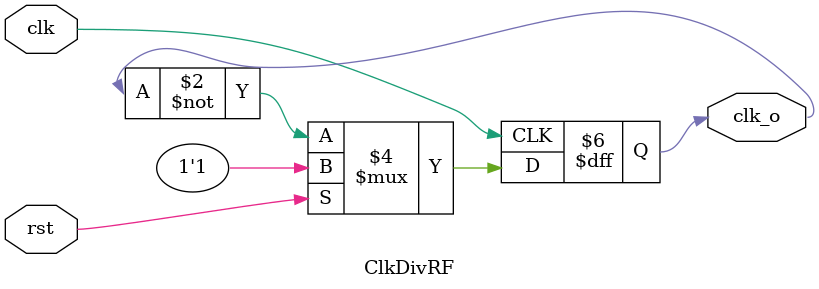
<source format=v>
`timescale 1ns / 1ps


module ClkDiv(input clk, input rst, output reg clk_o);

always @(posedge clk) begin
    if(rst)
        clk_o = 0;
    else
        clk_o = ~clk_o;
end
endmodule



module ClkDivRF (input clk, input rst, output reg clk_o);

always @(negedge clk) begin
    if(rst)
        clk_o = 1;
    else
        clk_o = ~clk_o;
end
endmodule
</source>
